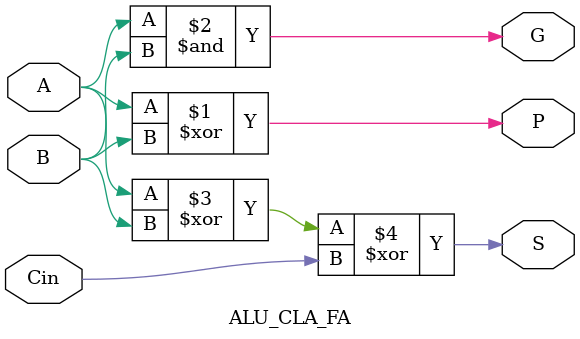
<source format=v>
/********************************************************************************************************
/		MODULE: ALU_CLA_FA - Carry Look-ahead Full Adder
/		PURPOSE: Given three one bit inputs, creates sum and propagate and generate signals
/
/		INPUTS: A - First Operand
/				B - Second Operand
/				Cin - Carry in
/
/		OUTPUTS: S - Sum of Adddition
/				 P - Propagate 
/				 G - Generate
********************************************************************************************************/
module ALU_CLA_FA (A, B, Cin, S, P, G);

input A;
input B;
input Cin;

output P;
output G;
output S;

xor Prop (P, A, B);
and Gen (G, A, B);

xor Sum (S, A, B, Cin);

endmodule

</source>
